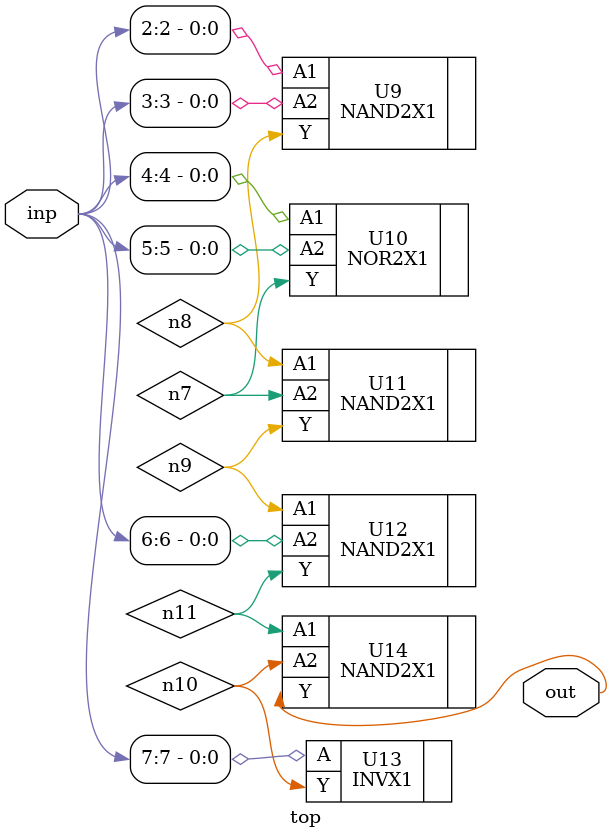
<source format=sv>


module top ( inp, out );
  input [7:0] inp;
  output out;
  wire   n7, n8, n9, n10, n11;

  NAND2X1 U9 ( .A1(inp[2]), .A2(inp[3]), .Y(n8) );
  NOR2X1 U10 ( .A1(inp[4]), .A2(inp[5]), .Y(n7) );
  NAND2X1 U11 ( .A1(n8), .A2(n7), .Y(n9) );
  NAND2X1 U12 ( .A1(n9), .A2(inp[6]), .Y(n11) );
  INVX1 U13 ( .A(inp[7]), .Y(n10) );
  NAND2X1 U14 ( .A1(n11), .A2(n10), .Y(out) );
endmodule


</source>
